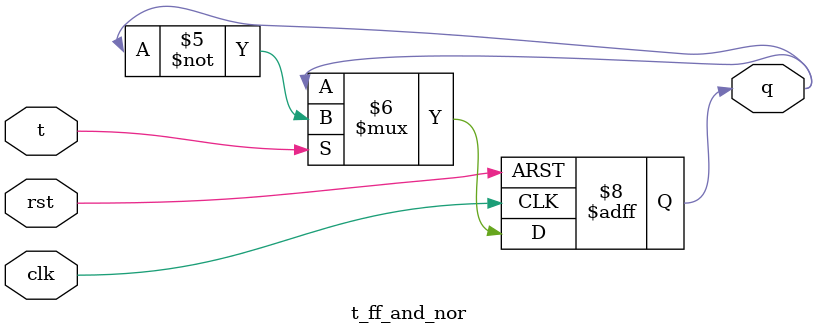
<source format=v>
module t_ff_and_nor (
    input wire clk,
    input wire rst,
    input wire t,
    output reg q
);

wire nor_out, and_out;

assign nor_out = ~(q | t);
assign and_out = nor_out & q;

always @(posedge clk or posedge rst) begin
    if (rst)
        q <= 0;
    else if (t)
        q <= ~q;
end

endmodule
``

</source>
